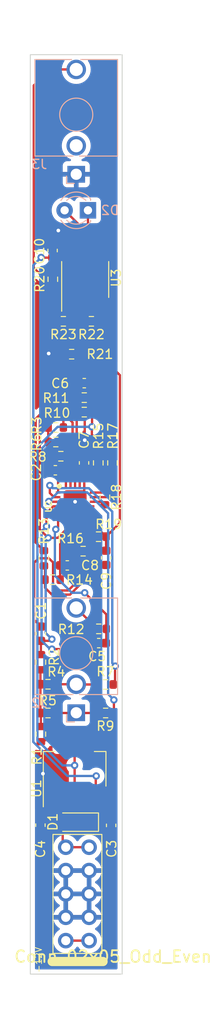
<source format=kicad_pcb>
(kicad_pcb (version 20211014) (generator pcbnew)
  (layers (0 "F.Cu" signal) (31 "B.Cu" signal) (34 "B.Paste" user) (35 "F.Paste" user) (36 "B.SilkS" user "B.Silkscreen") (37 "F.SilkS" user "F.Silkscreen") (38 "B.Mask" user) (39 "F.Mask" user) (44 "Edge.Cuts" user))
  (net 0 "")
  (net 1 "SIGNAL_OUT")
  (net 2 "Net-(C1-Pad2)")
  (net 3 "Net-(C2-Pad1)")
  (net 4 "Net-(C2-Pad2)")
  (net 5 "REFOUT")
  (net 6 "+12V")
  (net 7 "Net-(C5-Pad1)")
  (net 8 "GND")
  (net 9 "+3V3")
  (net 10 "Net-(C6-Pad2)")
  (net 11 "Net-(C5-Pad2)")
  (net 12 "Net-(D1-Pad2)")
  (net 13 "Net-(R1-Pad2)")
  (net 14 "LA")
  (net 15 "RA")
  (net 16 "Net-(C9-Pad2)")
  (net 17 "Net-(C8-Pad2)")
  (net 18 "RL")
  (net 19 "Net-(R16-Pad2)")
  (net 20 "Net-(R18-Pad1)")
  (net 23 "Net-(D2-Pad2)")
  (net 25 "Net-(R7-Pad2)")
  (net 26 "Net-(D2-Pad1)")
  (net 27 "Net-(J3-PadT)")
  (net 28 "Net-(R3-Pad2)")
  (net 29 "Net-(R13-Pad1)")
  (net 30 "Net-(R22-Pad2)")
  (net 31 "Net-(R9-Pad2)")
  (net 32 "Net-(R15-Pad2)")
  (net 33 "Net-(J1-Pad10)")
  (footprint "Capacitor_SMD:C_0603_1608Metric" (layer "F.Cu") (at 191.3 120.4 90)
    (fp_text reference "C4" (at -2.6 0 90) (layer "F.SilkS"))
    (fp_text value "10u")
    (fp_line (start -0.14058 -0.51) (end 0.14058 -0.51) (layer "F.SilkS") (width 0.12))
    (fp_line (start -0.14058 0.51) (end 0.14058 0.51) (layer "F.SilkS") (width 0.12))
    (pad "1" smd roundrect locked (at -0.775 0 90) (size 0.9 0.95) (layers "F.Cu" "F.Paste" "F.Mask") (net 8 "GND"))
    (pad "2" smd roundrect locked (at 0.775 0 90) (size 0.9 0.95) (layers "F.Cu" "F.Paste" "F.Mask") (net 9 "+3V3"))
  )
  (footprint "Resistor_SMD:R_0603_1608Metric" (layer "F.Cu") (at 197.65 99.05)
    (fp_text reference "R12" (at -3 0.052356) (layer "F.SilkS"))
    (fp_text value "360k")
    (fp_line (start -0.237258 0.5225) (end 0.237258 0.5225) (layer "F.SilkS") (width 0.12))
    (fp_line (start -0.237258 -0.5225) (end 0.237258 -0.5225) (layer "F.SilkS") (width 0.12))
    (pad "1" smd roundrect locked (at -0.825 0) (size 0.8 0.95) (layers "F.Cu" "F.Paste" "F.Mask") (net 18 "RL"))
    (pad "2" smd roundrect locked (at 0.825 0) (size 0.8 0.95) (layers "F.Cu" "F.Paste" "F.Mask") (net 7 "Net-(C5-Pad1)"))
  )
  (footprint "Resistor_SMD:R_0603_1608Metric" (layer "F.Cu") (at 194.7 69.175)
    (fp_text reference "R21" (at 3.075 0) (layer "F.SilkS"))
    (fp_text value "10k")
    (fp_line (start -0.237258 0.5225) (end 0.237258 0.5225) (layer "F.SilkS") (width 0.12))
    (fp_line (start -0.237258 -0.5225) (end 0.237258 -0.5225) (layer "F.SilkS") (width 0.12))
    (pad "1" smd roundrect locked (at -0.825 0) (size 0.8 0.95) (layers "F.Cu" "F.Paste" "F.Mask") (net 8 "GND"))
    (pad "2" smd roundrect locked (at 0.825 0) (size 0.8 0.95) (layers "F.Cu" "F.Paste" "F.Mask") (net 1 "SIGNAL_OUT"))
  )
  (footprint "Resistor_SMD:R_0603_1608Metric" (layer "F.Cu") (at 193.8 65.6 180)
    (fp_text reference "R23" (at 0 -1.43) (layer "F.SilkS"))
    (fp_text value "5.1k")
    (fp_line (start -0.237258 -0.5225) (end 0.237258 -0.5225) (layer "F.SilkS") (width 0.12))
    (fp_line (start -0.237258 0.5225) (end 0.237258 0.5225) (layer "F.SilkS") (width 0.12))
    (pad "1" smd roundrect locked (at -0.825 0 180) (size 0.8 0.95) (layers "F.Cu" "F.Paste" "F.Mask") (net 30 "Net-(R22-Pad2)"))
    (pad "2" smd roundrect locked (at 0.825 0 180) (size 0.8 0.95) (layers "F.Cu" "F.Paste" "F.Mask") (net 27 "Net-(J3-PadT)"))
  )
  (footprint "Resistor_SMD:R_0603_1608Metric" (layer "F.Cu") (at 197.6 81 -90)
    (fp_text reference "R15" (at -2.925 -0.025 90) (layer "F.SilkS"))
    (fp_text value "0")
    (fp_line (start -0.237258 0.5225) (end 0.237258 0.5225) (layer "F.SilkS") (width 0.12))
    (fp_line (start -0.237258 -0.5225) (end 0.237258 -0.5225) (layer "F.SilkS") (width 0.12))
    (pad "1" smd roundrect locked (at -0.825 0 270) (size 0.8 0.95) (layers "F.Cu" "F.Paste" "F.Mask") (net 8 "GND"))
    (pad "2" smd roundrect locked (at 0.825 0 270) (size 0.8 0.95) (layers "F.Cu" "F.Paste" "F.Mask") (net 32 "Net-(R15-Pad2)"))
  )
  (footprint "Resistor_SMD:R_0603_1608Metric" (layer "F.Cu") (at 198.4 108.2)
    (fp_text reference "R9" (at -0.025 1.425) (layer "F.SilkS"))
    (fp_text value "180k")
    (fp_line (start -0.237258 0.5225) (end 0.237258 0.5225) (layer "F.SilkS") (width 0.12))
    (fp_line (start -0.237258 -0.5225) (end 0.237258 -0.5225) (layer "F.SilkS") (width 0.12))
    (pad "1" smd roundrect locked (at -0.825 0) (size 0.8 0.95) (layers "F.Cu" "F.Paste" "F.Mask") (net 15 "RA"))
    (pad "2" smd roundrect locked (at 0.825 0) (size 0.8 0.95) (layers "F.Cu" "F.Paste" "F.Mask") (net 31 "Net-(R9-Pad2)"))
  )
  (footprint "Capacitor_SMD:C_0603_1608Metric" (layer "F.Cu") (at 192.925 81.8 180)
    (fp_text reference "C2" (at 2.075 -0.225 90) (layer "F.SilkS"))
    (fp_text value "0.33u")
    (fp_line (start -0.14058 -0.51) (end 0.14058 -0.51) (layer "F.SilkS") (width 0.12))
    (fp_line (start -0.14058 0.51) (end 0.14058 0.51) (layer "F.SilkS") (width 0.12))
    (pad "1" smd roundrect locked (at -0.775 0 180) (size 0.9 0.95) (layers "F.Cu" "F.Paste" "F.Mask") (net 3 "Net-(C2-Pad1)"))
    (pad "2" smd roundrect locked (at 0.775 0 180) (size 0.9 0.95) (layers "F.Cu" "F.Paste" "F.Mask") (net 4 "Net-(C2-Pad2)"))
  )
  (footprint "Capacitor_SMD:C_0603_1608Metric" (layer "F.Cu") (at 197.65 100.6 180)
    (fp_text reference "C5" (at 0.175 -1.45) (layer "F.SilkS"))
    (fp_text value "1n")
    (fp_line (start -0.14058 -0.51) (end 0.14058 -0.51) (layer "F.SilkS") (width 0.12))
    (fp_line (start -0.14058 0.51) (end 0.14058 0.51) (layer "F.SilkS") (width 0.12))
    (pad "1" smd roundrect locked (at -0.775 0 180) (size 0.9 0.95) (layers "F.Cu" "F.Paste" "F.Mask") (net 7 "Net-(C5-Pad1)"))
    (pad "2" smd roundrect locked (at 0.775 0 180) (size 0.9 0.95) (layers "F.Cu" "F.Paste" "F.Mask") (net 11 "Net-(C5-Pad2)"))
  )
  (footprint "Resistor_SMD:R_0603_1608Metric" (layer "F.Cu") (at 197.625 89.025)
    (fp_text reference "R19" (at 1.1 -1.35) (layer "F.SilkS"))
    (fp_text value "1M")
    (fp_line (start -0.237258 0.5225) (end 0.237258 0.5225) (layer "F.SilkS") (width 0.12))
    (fp_line (start -0.237258 -0.5225) (end 0.237258 -0.5225) (layer "F.SilkS") (width 0.12))
    (pad "1" smd roundrect locked (at -0.825 0) (size 0.8 0.95) (layers "F.Cu" "F.Paste" "F.Mask") (net 19 "Net-(R16-Pad2)"))
    (pad "2" smd roundrect locked (at 0.825 0) (size 0.8 0.95) (layers "F.Cu" "F.Paste" "F.Mask") (net 1 "SIGNAL_OUT"))
  )
  (footprint "Resistor_SMD:R_0603_1608Metric" (layer "F.Cu") (at 199.15 81 -90)
    (fp_text reference "R17" (at -2.925 -0.025 90) (layer "F.SilkS"))
    (fp_text value "DNP")
    (fp_line (start -0.237258 -0.5225) (end 0.237258 -0.5225) (layer "F.SilkS") (width 0.12))
    (fp_line (start -0.237258 0.5225) (end 0.237258 0.5225) (layer "F.SilkS") (width 0.12))
    (pad "1" smd roundrect locked (at -0.825 0 270) (size 0.8 0.95) (layers "F.Cu" "F.Paste" "F.Mask") (net 9 "+3V3"))
    (pad "2" smd roundrect locked (at 0.825 0 270) (size 0.8 0.95) (layers "F.Cu" "F.Paste" "F.Mask") (net 32 "Net-(R15-Pad2)"))
  )
  (footprint "Package_SO:SOIC-8_3.9x4.9mm_P1.27mm" (layer "F.Cu") (at 196.175 61.05 90)
    (fp_text reference "U3" (at 0.175 3.375 90) (layer "F.SilkS"))
    (fp_text value "TL072")
    (fp_line (start 0 2.56) (end -1.95 2.56) (layer "F.SilkS") (width 0.12))
    (fp_line (start 0 -2.56) (end 1.95 -2.56) (layer "F.SilkS") (width 0.12))
    (fp_line (start 0 -2.56) (end -3.45 -2.56) (layer "F.SilkS") (width 0.12))
    (fp_line (start 0 2.56) (end 1.95 2.56) (layer "F.SilkS") (width 0.12))
    (pad "1" smd roundrect locked (at -2.475 -1.905 90) (size 1.95 0.6) (layers "F.Cu" "F.Paste" "F.Mask") (net 27 "Net-(J3-PadT)"))
    (pad "2" smd roundrect locked (at -2.475 -0.635 90) (size 1.95 0.6) (layers "F.Cu" "F.Paste" "F.Mask") (net 30 "Net-(R22-Pad2)"))
    (pad "3" smd roundrect locked (at -2.475 0.635 90) (size 1.95 0.6) (layers "F.Cu" "F.Paste" "F.Mask") (net 1 "SIGNAL_OUT"))
    (pad "4" smd roundrect locked (at -2.475 1.905 90) (size 1.95 0.6) (layers "F.Cu" "F.Paste" "F.Mask") (net 8 "GND"))
    (pad "5" smd roundrect locked (at 2.475 1.905 90) (size 1.95 0.6) (layers "F.Cu" "F.Paste" "F.Mask") (net 8 "GND"))
    (pad "6" smd roundrect locked (at 2.475 0.635 90) (size 1.95 0.6) (layers "F.Cu" "F.Paste" "F.Mask") (net 26 "Net-(D2-Pad1)"))
    (pad "7" smd roundrect locked (at 2.475 -0.635 90) (size 1.95 0.6) (layers "F.Cu" "F.Paste" "F.Mask") (net 23 "Net-(D2-Pad2)"))
    (pad "8" smd roundrect locked (at 2.475 -1.905 90) (size 1.95 0.6) (layers "F.Cu" "F.Paste" "F.Mask") (net 6 "+12V"))
  )
  (footprint "Capacitor_SMD:C_0603_1608Metric" (layer "F.Cu") (at 191.35 99.575 -90)
    (fp_text reference "C1" (at -2.497112 -0.03482 -270) (layer "F.SilkS"))
    (fp_text value "0.33u")
    (fp_line (start -0.14058 -0.51) (end 0.14058 -0.51) (layer "F.SilkS") (width 0.12))
    (fp_line (start -0.14058 0.51) (end 0.14058 0.51) (layer "F.SilkS") (width 0.12))
    (pad "1" smd roundrect locked (at -0.775 0 270) (size 0.9 0.95) (layers "F.Cu" "F.Paste" "F.Mask") (net 5 "REFOUT"))
    (pad "2" smd roundrect locked (at 0.775 0 270) (size 0.9 0.95) (layers "F.Cu" "F.Paste" "F.Mask") (net 2 "Net-(C1-Pad2)"))
  )
  (footprint "Resistor_SMD:R_0603_1608Metric" (layer "F.Cu") (at 193.525 80.275)
    (fp_text reference "R8" (at -2.525 0.075) (layer "F.SilkS"))
    (fp_text value "10M")
    (fp_line (start -0.237258 0.5225) (end 0.237258 0.5225) (layer "F.SilkS") (width 0.12))
    (fp_line (start -0.237258 -0.5225) (end 0.237258 -0.5225) (layer "F.SilkS") (width 0.12))
    (pad "1" smd roundrect locked (at -0.825 0) (size 0.8 0.95) (layers "F.Cu" "F.Paste" "F.Mask") (net 28 "Net-(R3-Pad2)"))
    (pad "2" smd roundrect locked (at 0.825 0) (size 0.8 0.95) (layers "F.Cu" "F.Paste" "F.Mask") (net 29 "Net-(R13-Pad1)"))
  )
  (footprint "Resistor_SMD:R_0603_1608Metric" (layer "F.Cu") (at 196.075 75.475)
    (fp_text reference "R10" (at -2.975 0.1) (layer "F.SilkS"))
    (fp_text value "10M")
    (fp_line (start -0.237258 -0.5225) (end 0.237258 -0.5225) (layer "F.SilkS") (width 0.12))
    (fp_line (start -0.237258 0.5225) (end 0.237258 0.5225) (layer "F.SilkS") (width 0.12))
    (pad "1" smd roundrect locked (at -0.825 0) (size 0.8 0.95) (layers "F.Cu" "F.Paste" "F.Mask") (net 10 "Net-(C6-Pad2)"))
    (pad "2" smd roundrect locked (at 0.825 0) (size 0.8 0.95) (layers "F.Cu" "F.Paste" "F.Mask") (net 9 "+3V3"))
  )
  (footprint "Resistor_SMD:R_0603_1608Metric" (layer "F.Cu") (at 191.675 91.375 -90)
    (fp_text reference "R13" (at -2.95 0 90) (layer "F.SilkS"))
    (fp_text value "1M")
    (fp_line (start -0.237258 0.5225) (end 0.237258 0.5225) (layer "F.SilkS") (width 0.12))
    (fp_line (start -0.237258 -0.5225) (end 0.237258 -0.5225) (layer "F.SilkS") (width 0.12))
    (pad "1" smd roundrect locked (at -0.825 0 270) (size 0.8 0.95) (layers "F.Cu" "F.Paste" "F.Mask") (net 29 "Net-(R13-Pad1)"))
    (pad "2" smd roundrect locked (at 0.825 0 270) (size 0.8 0.95) (layers "F.Cu" "F.Paste" "F.Mask") (net 16 "Net-(C9-Pad2)"))
  )
  (footprint "Capacitor_SMD:C_0603_1608Metric" (layer "F.Cu") (at 194.225 92.15 180)
    (fp_text reference "C8" (at -2.475 0) (layer "F.SilkS"))
    (fp_text value "10n")
    (fp_line (start -0.14058 0.51) (end 0.14058 0.51) (layer "F.SilkS") (width 0.12))
    (fp_line (start -0.14058 -0.51) (end 0.14058 -0.51) (layer "F.SilkS") (width 0.12))
    (pad "1" smd roundrect locked (at -0.775 0 180) (size 0.9 0.95) (layers "F.Cu" "F.Paste" "F.Mask") (net 5 "REFOUT"))
    (pad "2" smd roundrect locked (at 0.775 0 180) (size 0.9 0.95) (layers "F.Cu" "F.Paste" "F.Mask") (net 17 "Net-(C8-Pad2)"))
  )
  (footprint "Resistor_SMD:R_0603_1608Metric" (layer "F.Cu") (at 192.975 78.725 180)
    (fp_text reference "R6" (at 2.075 -0.025 90) (layer "F.SilkS"))
    (fp_text value "10M")
    (fp_line (start -0.237258 -0.5225) (end 0.237258 -0.5225) (layer "F.SilkS") (width 0.12))
    (fp_line (start -0.237258 0.5225) (end 0.237258 0.5225) (layer "F.SilkS") (width 0.12))
    (pad "1" smd roundrect locked (at -0.825 0 180) (size 0.8 0.95) (layers "F.Cu" "F.Paste" "F.Mask") (net 3 "Net-(C2-Pad1)"))
    (pad "2" smd roundrect locked (at 0.825 0 180) (size 0.8 0.95) (layers "F.Cu" "F.Paste" "F.Mask") (net 28 "Net-(R3-Pad2)"))
  )
  (footprint "Capacitor_SMD:C_0603_1608Metric" (layer "F.Cu") (at 196.05 81 -90)
    (fp_text reference "C7" (at -2.5 0 90) (layer "F.SilkS"))
    (fp_text value "0.1u")
    (fp_line (start -0.14058 0.51) (end 0.14058 0.51) (layer "F.SilkS") (width 0.12))
    (fp_line (start -0.14058 -0.51) (end 0.14058 -0.51) (layer "F.SilkS") (width 0.12))
    (pad "1" smd roundrect locked (at -0.775 0 270) (size 0.9 0.95) (layers "F.Cu" "F.Paste" "F.Mask") (net 8 "GND"))
    (pad "2" smd roundrect locked (at 0.775 0 270) (size 0.9 0.95) (layers "F.Cu" "F.Paste" "F.Mask") (net 9 "+3V3"))
  )
  (footprint "Resistor_SMD:R_0603_1608Metric" (layer "F.Cu") (at 198.325 84.725 90)
    (fp_text reference "R18" (at 0 1.25 90) (layer "F.SilkS"))
    (fp_text value "10k")
    (fp_line (start -0.237258 -0.5225) (end 0.237258 -0.5225) (layer "F.SilkS") (width 0.12))
    (fp_line (start -0.237258 0.5225) (end 0.237258 0.5225) (layer "F.SilkS") (width 0.12))
    (pad "1" smd roundrect locked (at -0.825 0 90) (size 0.8 0.95) (layers "F.Cu" "F.Paste" "F.Mask") (net 20 "Net-(R18-Pad1)"))
    (pad "2" smd roundrect locked (at 0.825 0 90) (size 0.8 0.95) (layers "F.Cu" "F.Paste" "F.Mask") (net 9 "+3V3"))
  )
  (footprint "Resistor_SMD:R_0603_1608Metric" (layer "F.Cu") (at 196.075 73.9)
    (fp_text reference "R11" (at -3.075 0.05) (layer "F.SilkS"))
    (fp_text value "10M")
    (fp_line (start -0.237258 -0.5225) (end 0.237258 -0.5225) (layer "F.SilkS") (width 0.12))
    (fp_line (start -0.237258 0.5225) (end 0.237258 0.5225) (layer "F.SilkS") (width 0.12))
    (pad "1" smd roundrect locked (at -0.825 0) (size 0.8 0.95) (layers "F.Cu" "F.Paste" "F.Mask") (net 10 "Net-(C6-Pad2)"))
    (pad "2" smd roundrect locked (at 0.825 0) (size 0.8 0.95) (layers "F.Cu" "F.Paste" "F.Mask") (net 8 "GND"))
  )
  (footprint "Resistor_SMD:R_0603_1608Metric" (layer "F.Cu") (at 192.65 61.025 90)
    (fp_text reference "R20" (at 0 -1.43 90) (layer "F.SilkS"))
    (fp_text value "560")
    (fp_line (start -0.237258 -0.5225) (end 0.237258 -0.5225) (layer "F.SilkS") (width 0.12))
    (fp_line (start -0.237258 0.5225) (end 0.237258 0.5225) (layer "F.SilkS") (width 0.12))
    (pad "1" smd roundrect locked (at -0.825 0 90) (size 0.8 0.95) (layers "F.Cu" "F.Paste" "F.Mask") (net 27 "Net-(J3-PadT)"))
    (pad "2" smd roundrect locked (at 0.825 0 90) (size 0.8 0.95) (layers "F.Cu" "F.Paste" "F.Mask") (net 26 "Net-(D2-Pad1)"))
  )
  (footprint "Resistor_SMD:R_0603_1608Metric" (layer "F.Cu") (at 192.125 105.075 180)
    (fp_text reference "R4" (at -0.9 1.35) (layer "F.SilkS"))
    (fp_text value "10M")
    (fp_line (start -0.237258 0.5225) (end 0.237258 0.5225) (layer "F.SilkS") (width 0.12))
    (fp_line (start -0.237258 -0.5225) (end 0.237258 -0.5225) (layer "F.SilkS") (width 0.12))
    (pad "1" smd roundrect locked (at -0.825 0 180) (size 0.8 0.95) (layers "F.Cu" "F.Paste" "F.Mask") (net 14 "LA"))
    (pad "2" smd roundrect locked (at 0.825 0 180) (size 0.8 0.95) (layers "F.Cu" "F.Paste" "F.Mask") (net 13 "Net-(R1-Pad2)"))
  )
  (footprint "Capacitor_SMD:C_0603_1608Metric" (layer "F.Cu") (at 199 120.425 90)
    (fp_text reference "C3" (at -2.55 0.05 90) (layer "F.SilkS"))
    (fp_text value "10u")
    (fp_line (start -0.14058 -0.51) (end 0.14058 -0.51) (layer "F.SilkS") (width 0.12))
    (fp_line (start -0.14058 0.51) (end 0.14058 0.51) (layer "F.SilkS") (width 0.12))
    (pad "1" smd roundrect locked (at -0.775 0 90) (size 0.9 0.95) (layers "F.Cu" "F.Paste" "F.Mask") (net 8 "GND"))
    (pad "2" smd roundrect locked (at 0.775 0 90) (size 0.9 0.95) (layers "F.Cu" "F.Paste" "F.Mask") (net 6 "+12V"))
  )
  (footprint "Package_TO_SOT_SMD:SOT-223-3_TabPin2" (layer "F.Cu") (at 195.025 114.3 90)
    (fp_text reference "U1" (at -2.125 -4.15 90) (layer "F.SilkS"))
    (fp_text value "LM1117-3.3")
    (fp_line (start -4.1 -3.41) (end 1.91 -3.41) (layer "F.SilkS") (width 0.12))
    (fp_line (start -1.85 3.41) (end 1.91 3.41) (layer "F.SilkS") (width 0.12))
    (fp_line (start 1.91 -3.41) (end 1.91 -2.15) (layer "F.SilkS") (width 0.12))
    (fp_line (start 1.91 3.41) (end 1.91 2.15) (layer "F.SilkS") (width 0.12))
    (pad "1" smd rect locked (at -3.15 -2.3 90) (size 2 1.5) (layers "F.Cu" "F.Paste" "F.Mask") (net 8 "GND"))
    (pad "2" smd rect locked (at 3.15 0 90) (size 2 3.8) (layers "F.Cu" "F.Paste" "F.Mask") (net 9 "+3V3"))
    (pad "2" smd rect locked (at -3.15 0 90) (size 2 1.5) (layers "F.Cu" "F.Paste" "F.Mask") (net 9 "+3V3"))
    (pad "3" smd rect locked (at -3.15 2.3 90) (size 2 1.5) (layers "F.Cu" "F.Paste" "F.Mask") (net 6 "+12V"))
  )
  (footprint "Capacitor_SMD:C_0603_1608Metric" (layer "F.Cu") (at 192.625 57.9 -90)
    (fp_text reference "C10" (at 0.075 1.425 90) (layer "F.SilkS"))
    (fp_text value "0.1u")
    (fp_line (start -0.14058 -0.51) (end 0.14058 -0.51) (layer "F.SilkS") (width 0.12))
    (fp_line (start -0.14058 0.51) (end 0.14058 0.51) (layer "F.SilkS") (width 0.12))
    (pad "1" smd roundrect locked (at -0.775 0 270) (size 0.9 0.95) (layers "F.Cu" "F.Paste" "F.Mask") (net 8 "GND"))
    (pad "2" smd roundrect locked (at 0.775 0 270) (size 0.9 0.95) (layers "F.Cu" "F.Paste" "F.Mask") (net 6 "+12V"))
  )
  (footprint "Resistor_SMD:R_0603_1608Metric" (layer "F.Cu") (at 196.85 65.6 180)
    (fp_text reference "R22" (at 0 -1.43) (layer "F.SilkS"))
    (fp_text value "10k")
    (fp_line (start -0.237258 -0.5225) (end 0.237258 -0.5225) (layer "F.SilkS") (width 0.12))
    (fp_line (start -0.237258 0.5225) (end 0.237258 0.5225) (layer "F.SilkS") (width 0.12))
    (pad "1" smd roundrect locked (at -0.825 0 180) (size 0.8 0.95) (layers "F.Cu" "F.Paste" "F.Mask") (net 8 "GND"))
    (pad "2" smd roundrect locked (at 0.825 0 180) (size 0.8 0.95) (layers "F.Cu" "F.Paste" "F.Mask") (net 30 "Net-(R22-Pad2)"))
  )
  (footprint "Resistor_SMD:R_0603_1608Metric" (layer "F.Cu") (at 192.125 108.2 180)
    (fp_text reference "R5" (at 0.025 1.35) (layer "F.SilkS"))
    (fp_text value "10M")
    (fp_line (start -0.237258 0.5225) (end 0.237258 0.5225) (layer "F.SilkS") (width 0.12))
    (fp_line (start -0.237258 -0.5225) (end 0.237258 -0.5225) (layer "F.SilkS") (width 0.12))
    (pad "1" smd roundrect locked (at -0.825 0 180) (size 0.8 0.95) (layers "F.Cu" "F.Paste" "F.Mask") (net 15 "RA"))
    (pad "2" smd roundrect locked (at 0.825 0 180) (size 0.8 0.95) (layers "F.Cu" "F.Paste" "F.Mask") (net 13 "Net-(R1-Pad2)"))
  )
  (footprint "Capacitor_SMD:C_0603_1608Metric" (layer "F.Cu") (at 198.45 91.325 -90)
    (fp_text reference "C9" (at 2.525 -0.025 90) (layer "F.SilkS"))
    (fp_text value "1.5n")
    (fp_line (start -0.14058 -0.51) (end 0.14058 -0.51) (layer "F.SilkS") (width 0.12))
    (fp_line (start -0.14058 0.51) (end 0.14058 0.51) (layer "F.SilkS") (width 0.12))
    (pad "1" smd roundrect locked (at -0.775 0 270) (size 0.9 0.95) (layers "F.Cu" "F.Paste" "F.Mask") (net 1 "SIGNAL_OUT"))
    (pad "2" smd roundrect locked (at 0.775 0 270) (size 0.9 0.95) (layers "F.Cu" "F.Paste" "F.Mask") (net 16 "Net-(C9-Pad2)"))
  )
  (footprint "Resistor_SMD:R_0603_1608Metric" (layer "F.Cu") (at 198.4 105.1)
    (fp_text reference "R7" (at -0.025 -1.4) (layer "F.SilkS"))
    (fp_text value "180k")
    (fp_line (start -0.237258 0.5225) (end 0.237258 0.5225) (layer "F.SilkS") (width 0.12))
    (fp_line (start -0.237258 -0.5225) (end 0.237258 -0.5225) (layer "F.SilkS") (width 0.12))
    (pad "1" smd roundrect locked (at -0.825 0) (size 0.8 0.95) (layers "F.Cu" "F.Paste" "F.Mask") (net 14 "LA"))
    (pad "2" smd roundrect locked (at 0.825 0) (size 0.8 0.95) (layers "F.Cu" "F.Paste" "F.Mask") (net 25 "Net-(R7-Pad2)"))
  )
  (footprint "Resistor_SMD:R_0603_1608Metric" (layer "F.Cu") (at 192.975 77.15 180)
    (fp_text reference "R3" (at 2.075 0.225 90) (layer "F.SilkS"))
    (fp_text value "1.4M")
    (fp_line (start -0.237258 -0.5225) (end 0.237258 -0.5225) (layer "F.SilkS") (width 0.12))
    (fp_line (start -0.237258 0.5225) (end 0.237258 0.5225) (layer "F.SilkS") (width 0.12))
    (pad "1" smd roundrect locked (at -0.825 0 180) (size 0.8 0.95) (layers "F.Cu" "F.Paste" "F.Mask") (net 2 "Net-(C1-Pad2)"))
    (pad "2" smd roundrect locked (at 0.825 0 180) (size 0.8 0.95) (layers "F.Cu" "F.Paste" "F.Mask") (net 28 "Net-(R3-Pad2)"))
  )
  (footprint "Resistor_SMD:R_0603_1608Metric" (layer "F.Cu") (at 191.35 102.675 90)
    (fp_text reference "R2" (at 0.575 1.45 90) (layer "F.SilkS"))
    (fp_text value "DNP")
    (fp_line (start -0.237258 0.5225) (end 0.237258 0.5225) (layer "F.SilkS") (width 0.12))
    (fp_line (start -0.237258 -0.5225) (end 0.237258 -0.5225) (layer "F.SilkS") (width 0.12))
    (pad "1" smd roundrect locked (at -0.825 0 90) (size 0.8 0.95) (layers "F.Cu" "F.Paste" "F.Mask") (net 13 "Net-(R1-Pad2)"))
    (pad "2" smd roundrect locked (at 0.825 0 90) (size 0.8 0.95) (layers "F.Cu" "F.Paste" "F.Mask") (net 2 "Net-(C1-Pad2)"))
  )
  (footprint "AD8232:LFCSP_20" (layer "F.Cu") (at 195.075 85.225)
    (fp_text reference "U2" (at -2.875 0.525 90) (layer "F.SilkS") (effects (font (size 0.64 0.64))))
    (fp_text value "AD8232")
    (fp_circle (center -1.729 -1.7) (end -1.446159 -1.7) (layer "F.SilkS") (width 0) (fill solid))
    (pad "1" smd rect (at -1.85 -1 270) (size 0.25 0.5) (layers "F.Cu" "F.Paste" "F.Mask") (net 4 "Net-(C2-Pad2)"))
    (pad "2" smd rect (at -1.85 -0.5 270) (size 0.25 0.5) (layers "F.Cu" "F.Paste" "F.Mask") (net 25 "Net-(R7-Pad2)"))
    (pad "3" smd rect (at -1.85 0 270) (size 0.25 0.5) (layers "F.Cu" "F.Paste" "F.Mask") (net 31 "Net-(R9-Pad2)"))
    (pad "4" smd rect (at -1.85 0.5 270) (size 0.25 0.5) (layers "F.Cu" "F.Paste" "F.Mask") (net 11 "Net-(C5-Pad2)"))
    (pad "5" smd rect (at -1.85 1 270) (size 0.25 0.5) (layers "F.Cu" "F.Paste" "F.Mask") (net 7 "Net-(C5-Pad1)"))
    (pad "6" smd rect (at -1 1.85) (size 0.25 0.5) (layers "F.Cu" "F.Paste" "F.Mask") (net 2 "Net-(C1-Pad2)"))
    (pad "7" smd rect (at -0.5 1.85) (size 0.25 0.5) (layers "F.Cu" "F.Paste" "F.Mask") (net 17 "Net-(C8-Pad2)"))
    (pad "8" smd rect (at 0 1.85) (size 0.25 0.5) (layers "F.Cu" "F.Paste" "F.Mask") (net 5 "REFOUT"))
    (pad "9" smd rect (at 0.5 1.85) (size 0.25 0.5) (layers "F.Cu" "F.Paste" "F.Mask") (net 19 "Net-(R16-Pad2)"))
    (pad "10" smd rect (at 1 1.85) (size 0.25 0.5) (layers "F.Cu" "F.Paste" "F.Mask") (net 1 "SIGNAL_OUT"))
    (pad "11" smd rect (at 1.85 1 90) (size 0.25 0.5) (layers "F.Cu" "F.Paste" "F.Mask"))
    (pad "12" smd rect (at 1.85 0.5 90) (size 0.25 0.5) (layers "F.Cu" "F.Paste" "F.Mask"))
    (pad "13" smd rect (at 1.85 0 90) (size 0.25 0.5) (layers "F.Cu" "F.Paste" "F.Mask") (net 20 "Net-(R18-Pad1)"))
    (pad "14" smd rect (at 1.85 -0.5 90) (size 0.25 0.5) (layers "F.Cu" "F.Paste" "F.Mask") (net 32 "Net-(R15-Pad2)"))
    (pad "15" smd rect (at 1.85 -1 90) (size 0.25 0.5) (layers "F.Cu" "F.Paste" "F.Mask") (net 9 "+3V3"))
    (pad "16" smd rect (at 1 -1.85 180) (size 0.25 0.5) (layers "F.Cu" "F.Paste" "F.Mask") (net 8 "GND"))
    (pad "17" smd rect (at 0.5 -1.85 180) (size 0.25 0.5) (layers "F.Cu" "F.Paste" "F.Mask") (net 9 "+3V3"))
    (pad "18" smd rect (at 0 -1.85 180) (size 0.25 0.5) (layers "F.Cu" "F.Paste" "F.Mask") (net 10 "Net-(C6-Pad2)"))
    (pad "19" smd rect (at -0.5 -1.85 180) (size 0.25 0.5) (layers "F.Cu" "F.Paste" "F.Mask") (net 29 "Net-(R13-Pad1)"))
    (pad "20" smd rect (at -1 -1.85 180) (size 0.25 0.5) (layers "F.Cu" "F.Paste" "F.Mask") (net 3 "Net-(C2-Pad1)"))
    (pad "PAD" smd roundrect (at 0 0) (size 2.5 2.5) (layers "F.Cu" "F.Mask") (roundrect_rratio 0.13) (net 8 "GND"))
  )
  (footprint "Resistor_SMD:R_0603_1608Metric" (layer "F.Cu") (at 191.35 110.5 90)
    (fp_text reference "R1" (at -2.4 -0.425 90) (layer "F.SilkS"))
    (fp_text value "0")
    (fp_line (start -0.237258 0.5225) (end 0.237258 0.5225) (layer "F.SilkS") (width 0.12))
    (fp_line (start -0.237258 -0.5225) (end 0.237258 -0.5225) (layer "F.SilkS") (width 0.12))
    (pad "1" smd roundrect locked (at -0.825 0 90) (size 0.8 0.95) (layers "F.Cu" "F.Paste" "F.Mask") (net 9 "+3V3"))
    (pad "2" smd roundrect locked (at 0.825 0 90) (size 0.8 0.95) (layers "F.Cu" "F.Paste" "F.Mask") (net 13 "Net-(R1-Pad2)"))
  )
  (footprint "Capacitor_SMD:C_0603_1608Metric" (layer "F.Cu") (at 196.075 72.325 180)
    (fp_text reference "C6" (at 2.625 -0.025) (layer "F.SilkS"))
    (fp_text value "0.1u")
    (fp_line (start -0.14058 -0.51) (end 0.14058 -0.51) (layer "F.SilkS") (width 0.12))
    (fp_line (start -0.14058 0.51) (end 0.14058 0.51) (layer "F.SilkS") (width 0.12))
    (pad "1" smd roundrect locked (at -0.775 0 180) (size 0.9 0.95) (layers "F.Cu" "F.Paste" "F.Mask") (net 8 "GND"))
    (pad "2" smd roundrect locked (at 0.775 0 180) (size 0.9 0.95) (layers "F.Cu" "F.Paste" "F.Mask") (net 10 "Net-(C6-Pad2)"))
  )
  (footprint "4ms_Connector:Pins_2x05_2.54mm_TH_Europower" (layer "F.Cu") (at 195.33 127.88)
    (fp_text reference "J1" hide)
    (fp_text value "Conn_02x05_Odd_Even" (at 3.87 6.82) (layer "F.SilkS") (effects (font (size 1.27 1.27) (thickness 0.2032))))
    (fp_text user "-12V" (at -4.23 7.17 90) (layer "F.SilkS") (effects (font (size 0.7 0.7) (thickness 0.1))))
    (fp_line (start 2.66 -6.47) (end -2.66 -6.47) (layer "F.SilkS") (width 0.12))
    (fp_line (start -2.66 6.47) (end 2.66 6.47) (layer "F.SilkS") (width 0.12))
    (fp_line (start -2.66 -6.47) (end -2.66 6.47) (layer "F.SilkS") (width 0.12))
    (fp_line (start 2.66 6.47) (end 2.66 -6.47) (layer "F.SilkS") (width 0.12))
    (fp_line (start -2.75 7.35) (end 2.79 7.35) (layer "F.SilkS") (width 1))
    (pad "1" thru_hole oval locked (at -1.27 -5.08) (size 1.7 1.7) (drill 1) (layers *.Cu *.Mask) (net 12 "Net-(D1-Pad2)"))
    (pad "2" thru_hole oval locked (at 1.27 -5.08) (size 1.7 1.7) (drill 1) (layers *.Cu *.Mask) (net 12 "Net-(D1-Pad2)"))
    (pad "3" thru_hole oval locked (at -1.27 -2.54) (size 1.7 1.7) (drill 1) (layers *.Cu *.Mask) (net 8 "GND"))
    (pad "4" thru_hole oval locked (at 1.27 -2.54) (size 1.7 1.7) (drill 1) (layers *.Cu *.Mask) (net 8 "GND"))
    (pad "5" thru_hole oval locked (at -1.27 0) (size 1.7 1.7) (drill 1) (layers *.Cu *.Mask) (net 8 "GND"))
    (pad "6" thru_hole oval locked (at 1.27 0) (size 1.7 1.7) (drill 1) (layers *.Cu *.Mask) (net 8 "GND"))
    (pad "7" thru_hole oval locked (at -1.27 2.54) (size 1.7 1.7) (drill 1) (layers *.Cu *.Mask) (net 8 "GND"))
    (pad "8" thru_hole oval locked (at 1.27 2.54) (size 1.7 1.7) (drill 1) (layers *.Cu *.Mask) (net 8 "GND"))
    (pad "9" thru_hole oval locked (at -1.27 5.08) (size 1.7 1.7) (drill 1) (layers *.Cu *.Mask) (net 33 "Net-(J1-Pad10)"))
    (pad "10" thru_hole oval locked (at 1.27 5.08) (size 1.7 1.7) (drill 1) (layers *.Cu *.Mask) (net 33 "Net-(J1-Pad10)"))
  )
  (footprint "Resistor_SMD:R_0603_1608Metric" (layer "F.Cu") (at 195.95 90.6)
    (fp_text reference "R16" (at -1.375 -1.375 180) (layer "F.SilkS"))
    (fp_text value "100k")
    (fp_line (start -0.237258 -0.5225) (end 0.237258 -0.5225) (layer "F.SilkS") (width 0.12))
    (fp_line (start -0.237258 0.5225) (end 0.237258 0.5225) (layer "F.SilkS") (width 0.12))
    (pad "1" smd roundrect locked (at -0.825 0) (size 0.8 0.95) (layers "F.Cu" "F.Paste" "F.Mask") (net 5 "REFOUT"))
    (pad "2" smd roundrect locked (at 0.825 0) (size 0.8 0.95) (layers "F.Cu" "F.Paste" "F.Mask") (net 19 "Net-(R16-Pad2)"))
  )
  (footprint "Resistor_SMD:R_0603_1608Metric" (layer "F.Cu") (at 192.625 93.7)
    (fp_text reference "R14" (at 2.925 0.025) (layer "F.SilkS"))
    (fp_text value "1M")
    (fp_line (start -0.237258 -0.5225) (end 0.237258 -0.5225) (layer "F.SilkS") (width 0.12))
    (fp_line (start -0.237258 0.5225) (end 0.237258 0.5225) (layer "F.SilkS") (width 0.12))
    (pad "1" smd roundrect locked (at -0.825 0) (size 0.8 0.95) (layers "F.Cu" "F.Paste" "F.Mask") (net 16 "Net-(C9-Pad2)"))
    (pad "2" smd roundrect locked (at 0.825 0) (size 0.8 0.95) (layers "F.Cu" "F.Paste" "F.Mask") (net 17 "Net-(C8-Pad2)"))
  )
  (footprint "Diode_SMD:D_SOD-123" (layer "F.Cu") (at 195.375 120.075 180)
    (fp_text reference "D1" (at 2.725 0.025 90) (layer "F.SilkS"))
    (fp_text value "SM4007")
    (fp_line (start -2.25 -1) (end 1.65 -1) (layer "F.SilkS") (width 0.12))
    (fp_line (start -2.25 -1) (end -2.25 1) (layer "F.SilkS") (width 0.12))
    (fp_line (start -2.25 1) (end 1.65 1) (layer "F.SilkS") (width 0.12))
    (pad "1" smd rect locked (at -1.65 0 180) (size 0.9 1.2) (layers "F.Cu" "F.Paste" "F.Mask") (net 6 "+12V"))
    (pad "2" smd rect locked (at 1.65 0 180) (size 0.9 1.2) (layers "F.Cu" "F.Paste" "F.Mask") (net 12 "Net-(D1-Pad2)"))
  )
  (footprint "LED_THT:LED_D3.0mm_FlatTop" (layer "B.Cu") (at 196.475 53.525 180)
    (fp_text reference "D2" (at -2.4 0) (layer "B.SilkS") (effects (justify mirror)))
    (fp_text value "LED")
    (fp_line (start -0.29 1.236) (end -0.29 1.08) (layer "B.SilkS") (width 0.12))
    (fp_line (start -0.29 -1.08) (end -0.29 -1.236) (layer "B.SilkS") (width 0.12))
    (fp_arc (start -0.29 -1.235516) (mid 1.366487 -1.987659) (end 2.942335 -1.078608) (layer "B.SilkS") (width 0.12))
    (fp_arc (start 0.229039 -1.08) (mid 1.270117 -1.5) (end 2.31113 -1.079837) (layer "B.SilkS") (width 0.12))
    (fp_arc (start 2.942335 1.078608) (mid 1.366487 1.987659) (end -0.29 1.235516) (layer "B.SilkS") (width 0.12))
    (fp_arc (start 2.31113 1.079837) (mid 1.270117 1.5) (end 0.229039 1.08) (layer "B.SilkS") (width 0.12))
    (pad "1" thru_hole rect locked (at 0 0 180) (size 1.8 1.8) (drill 0.9) (layers *.Cu *.Mask) (net 26 "Net-(D2-Pad1)"))
    (pad "2" thru_hole circle locked (at 2.54 0 180) (size 1.8 1.8) (drill 0.9) (layers *.Cu *.Mask) (net 23 "Net-(D2-Pad2)"))
  )
  (footprint "Connector_Audio:Jack_3.5mm_QingPu_WQP-PJ398SM_Vertical_CircularHoles" (layer "B.Cu") (at 195.2 108.175)
    (fp_text reference "J2" (at -4.03 -1.08) (layer "B.SilkS") (effects (justify mirror)))
    (fp_text value "AudioJack2_SwitchT")
    (fp_line (start 4.5 -1.98) (end 4.5 -12.48) (layer "B.SilkS") (width 0.12))
    (fp_line (start -1.06 1) (end -1.06 0.2) (layer "B.SilkS") (width 0.12))
    (fp_line (start -0.5 -12.48) (end -4.5 -12.48) (layer "B.SilkS") (width 0.12))
    (fp_line (start -1.06 1) (end -0.2 1) (layer "B.SilkS") (width 0.12))
    (fp_line (start -4.5 -1.98) (end -4.5 -12.48) (layer "B.SilkS") (width 0.12))
    (fp_line (start -0.35 -1.98) (end -4.5 -1.98) (layer "B.SilkS") (width 0.12))
    (fp_line (start 4.5 -12.48) (end 0.5 -12.48) (layer "B.SilkS") (width 0.12))
    (fp_line (start 4.5 -1.98) (end 0.35 -1.98) (layer "B.SilkS") (width 0.12))
    (fp_circle (center 0 -6.48) (end 1.8 -6.48) (layer "B.SilkS") (width 0.12) (fill none))
    (pad "S" thru_hole rect locked (at 0 0 180) (size 1.93 1.83) (drill 1.22) (layers *.Cu *.Mask) (net 15 "RA"))
    (pad "T" thru_hole circle locked (at 0 -11.4 180) (size 2.13 2.13) (drill 1.43) (layers *.Cu *.Mask) (net 18 "RL"))
    (pad "TN" thru_hole circle locked (at 0 -3.1 180) (size 2.13 2.13) (drill 1.42) (layers *.Cu *.Mask) (net 14 "LA"))
  )
  (footprint "Connector_Audio:Jack_3.5mm_QingPu_WQP-PJ398SM_Vertical_CircularHoles" (layer "B.Cu") (at 195.2 49.605)
    (fp_text reference "J3" (at -4.03 -1.08) (layer "B.SilkS") (effects (justify mirror)))
    (fp_text value "AudioJack2_SwitchT")
    (fp_line (start 4.5 -12.48) (end 0.5 -12.48) (layer "B.SilkS") (width 0.12))
    (fp_line (start -0.35 -1.98) (end -4.5 -1.98) (layer "B.SilkS") (width 0.12))
    (fp_line (start -1.06 1) (end -0.2 1) (layer "B.SilkS") (width 0.12))
    (fp_line (start 4.5 -1.98) (end 4.5 -12.48) (layer "B.SilkS") (width 0.12))
    (fp_line (start -0.5 -12.48) (end -4.5 -12.48) (layer "B.SilkS") (width 0.12))
    (fp_line (start 4.5 -1.98) (end 0.35 -1.98) (layer "B.SilkS") (width 0.12))
    (fp_line (start -1.06 1) (end -1.06 0.2) (layer "B.SilkS") (width 0.12))
    (fp_line (start -4.5 -1.98) (end -4.5 -12.48) (layer "B.SilkS") (width 0.12))
    (fp_circle (center 0 -6.48) (end 1.8 -6.48) (layer "B.SilkS") (width 0.12) (fill none))
    (pad "S" thru_hole rect locked (at 0 0 180) (size 1.93 1.83) (drill 1.22) (layers *.Cu *.Mask) (net 8 "GND"))
    (pad "T" thru_hole circle locked (at 0 -11.4 180) (size 2.13 2.13) (drill 1.43) (layers *.Cu *.Mask) (net 27 "Net-(J3-PadT)"))
    (pad "TN" thru_hole circle locked (at 0 -3.1 180) (size 2.13 2.13) (drill 1.42) (layers *.Cu *.Mask))
  )
  (gr_rect (start 190.2 36.6) (end 200.2 136.6) (layer "Edge.Cuts") (width 0.1) (fill none))
  (segment (start 195.945 69.175) (end 196.81 68.31) (width 0.25) (layer "F.Cu") (net 1))
  (segment (start 195.525 69.175) (end 195.945 69.175) (width 0.25) (layer "F.Cu") (net 1))
  (segment (start 196.81 63.525) (end 196.81 68.31) (width 0.25) (layer "F.Cu") (net 1))
  (segment (start 199.94952 87.52548) (end 198.45 89.025) (width 0.25) (layer "F.Cu") (net 1))
  (segment (start 196.075 87.075) (end 196.5 87.075) (width 0.25) (layer "F.Cu") (net 1))
  (segment (start 198.45 90.55) (end 198.45 89.025) (width 0.25) (layer "F.Cu") (net 1))
  (segment (start 199.94952 71.44952) (end 199.94952 87.52548) (width 0.25) (layer "F.Cu") (net 1))
  (segment (start 196.81 68.31) (end 199.94952 71.44952) (width 0.25) (layer "F.Cu") (net 1))
  (segment (start 196.5 87.075) (end 198.45 89.025) (width 0.25) (layer "F.Cu") (net 1))
  (segment (start 193.189282 89.15) (end 194.075 88.264282) (width 0.25) (layer "F.Cu") (net 2))
  (segment (start 191.35 100.35) (end 192.375 100.35) (width 0.25) (layer "F.Cu") (net 2))
  (segment (start 191.235015 76.389505) (end 191.67452 75.95) (width 0.25) (layer "F.Cu") (net 2))
  (segment (start 193.514282 75.95) (end 193.8 76.235718) (width 0.25) (layer "F.Cu") (net 2))
  (segment (start 191.35 101.85) (end 191.35 100.35) (width 0.25) (layer "F.Cu") (net 2))
  (segment (start 191.67452 75.95) (end 193.514282 75.95) (width 0.25) (layer "F.Cu") (net 2))
  (segment (start 194.075 88.264282) (end 194.075 87.075) (width 0.25) (layer "F.Cu") (net 2))
  (segment (start 191.235015 88.235515) (end 191.235015 76.389505) (width 0.25) (layer "F.Cu") (net 2))
  (segment (start 192.1495 89.15) (end 193.189282 89.15) (width 0.25) (layer "F.Cu") (net 2))
  (segment (start 193.8 76.235718) (end 193.8 77.15) (width 0.25) (layer "F.Cu") (net 2))
  (segment (start 192.1495 89.15) (end 191.235015 88.235515) (width 0.25) (layer "F.Cu") (net 2))
  (segment (start 192.375 100.35) (end 192.55 100.175) (width 0.25) (layer "F.Cu") (net 2))
  (via (at 192.1495 89.15) (size 0.8) (drill 0.4) (layers "F.Cu" "B.Cu") (net 2))
  (via (at 192.55 100.175) (size 0.8) (drill 0.4) (layers "F.Cu" "B.Cu") (net 2))
  (segment (start 191.87452 89.42498) (end 191.87452 99.49952) (width 0.25) (layer "B.Cu") (net 2))
  (segment (start 192.1495 89.15) (end 191.87452 89.42498) (width 0.25) (layer "B.Cu") (net 2))
  (segment (start 191.87452 99.49952) (end 192.55 100.175) (width 0.25) (layer "B.Cu") (net 2))
  (segment (start 193.525 81) (end 193.525 79) (width 0.25) (layer "F.Cu") (net 3))
  (segment (start 193.7 81.175) (end 193.525 81) (width 0.25) (layer "F.Cu") (net 3))
  (segment (start 193.7 81.8) (end 193.7 81.175) (width 0.25) (layer "F.Cu") (net 3))
  (segment (start 193.525 79) (end 193.8 78.725) (width 0.25) (layer "F.Cu") (net 3))
  (segment (start 194.075 83.375) (end 194.075 82.175) (width 0.25) (layer "F.Cu") (net 3))
  (segment (start 194.075 82.175) (end 193.7 81.8) (width 0.25) (layer "F.Cu") (net 3))
  (segment (start 193.225 84.225) (end 193.225 82.875) (width 0.25) (layer "F.Cu") (net 4))
  (segment (start 193.225 82.875) (end 192.15 81.8) (width 0.25) (layer "F.Cu") (net 4))
  (segment (start 195.075 90.55) (end 195.125 90.6) (width 0.25) (layer "F.Cu") (net 5))
  (segment (start 193.20048 94.87548) (end 192.675 94.35) (width 0.25) (layer "F.Cu") (net 5))
  (segment (start 195.125 90.6) (end 195.125 92.025) (width 0.25) (layer "F.Cu") (net 5))
  (segment (start 194.32452 94.87548) (end 193.20048 94.87548) (width 0.25) (layer "F.Cu") (net 5))
  (segment (start 190.625 91.85) (end 190.625 98.075) (width 0.25) (layer "F.Cu") (net 5))
  (segment (start 195 92.15) (end 195 94.2) (width 0.25) (layer "F.Cu") (net 5))
  (segment (start 191.1 91.375) (end 190.625 91.85) (width 0.25) (layer "F.Cu") (net 5))
  (segment (start 195 94.2) (end 194.32452 94.87548) (width 0.25) (layer "F.Cu") (net 5))
  (segment (start 195.075 87.075) (end 195.075 90.55) (width 0.25) (layer "F.Cu") (net 5))
  (segment (start 192.225 91.375) (end 191.1 91.375) (width 0.25) (layer "F.Cu") (net 5))
  (segment (start 192.675 91.825) (end 192.225 91.375) (width 0.25) (layer "F.Cu") (net 5))
  (segment (start 195.125 92.025) (end 195 92.15) (width 0.25) (layer "F.Cu") (net 5))
  (segment (start 192.675 94.35) (end 192.675 91.825) (width 0.25) (layer "F.Cu") (net 5))
  (segment (start 190.625 98.075) (end 191.35 98.8) (width 0.25) (layer "F.Cu") (net 5))
  (segment (start 198.575 120.075) (end 199 119.65) (width 0.25) (layer "F.Cu") (net 6))
  (segment (start 191.375 58.65) (end 191.4 58.675) (width 0.25) (layer "F.Cu") (net 6))
  (segment (start 197.325 115.1) (end 197.375 115.05) (width 0.25) (layer "F.Cu") (net 6))
  (segment (start 197.025 117.75) (end 197.325 117.45) (width 0.25) (layer "F.Cu") (net 6))
  (segment (start 197.025 120.075) (end 197.025 117.75) (width 0.25) (layer "F.Cu") (net 6))
  (segment (start 197.025 120.075) (end 198.575 120.075) (width 0.25) (layer "F.Cu") (net 6))
  (segment (start 192.625 58.675) (end 194.17 58.675) (width 0.25) (layer "F.Cu") (net 6))
  (segment (start 197.325 117.45) (end 197.325 115.1) (width 0.25) (layer "F.Cu") (net 6))
  (segment (start 191.4 58.675) (end 192.625 58.675) (width 0.25) (layer "F.Cu") (net 6))
  (segment (start 194.17 58.675) (end 194.27 58.575) (width 0.25) (layer "F.Cu") (net 6))
  (via (at 191.375 58.65) (size 0.8) (drill 0.4) (layers "F.Cu" "B.Cu") (net 6))
  (via (at 197.375 115.05) (size 0.8) (drill 0.4) (layers "F.Cu" "B.Cu") (net 6))
  (segment (start 191.375 58.65) (end 190.52596 59.49904) (width 0.25) (layer "B.Cu") (net 6))
  (segment (start 190.52596 59.49904) (end 190.52596 111.35096) (width 0.25) (layer "B.Cu") (net 6))
  (segment (start 194.225 115.05) (end 197.375 115.05) (width 0.25) (layer "B.Cu") (net 6))
  (segment (start 190.52596 111.35096) (end 194.225 115.05) (width 0.25) (layer "B.Cu") (net 6))
  (segment (start 192.975 88.225) (end 193.225 87.975) (width 0.25) (layer "F.Cu") (net 7))
  (segment (start 196.125 95.125) (end 198.475 97.475) (width 0.25) (layer "F.Cu") (net 7))
  (segment (start 193.225 87.975) (end 193.225 86.225) (width 0.25) (layer "F.Cu") (net 7))
  (segment (start 198.475 97.475) (end 198.475 99.05) (width 0.25) (layer "F.Cu") (net 7))
  (segment (start 198.475 100.55) (end 198.425 100.6) (width 0.25) (layer "F.Cu") (net 7))
  (segment (start 198.475 99.05) (end 198.475 100.55) (width 0.25) (layer "F.Cu") (net 7))
  (via (at 192.975 88.225) (size 0.8) (drill 0.4) (layers "F.Cu" "B.Cu") (net 7))
  (via (at 196.125 95.125) (size 0.8) (drill 0.4) (layers "F.Cu" "B.Cu") (net 7))
  (segment (start 192.874011 93.274011) (end 192.874011 88.325989) (width 0.25) (layer "B.Cu") (net 7))
  (segment (start 192.874011 88.325989) (end 192.975 88.225) (width 0.25) (layer "B.Cu") (net 7))
  (segment (start 194.725 95.125) (end 192.874011 93.274011) (width 0.25) (layer "B.Cu") (net 7))
  (segment (start 196.125 95.125) (end 194.725 95.125) (width 0.25) (layer "B.Cu") (net 7))
  (segment (start 196.9 73.9) (end 196.125 74.675) (width 0.25) (layer "F.Cu") (net 8))
  (segment (start 196.125 80.15) (end 196.05 80.225) (width 0.25) (layer "F.Cu") (net 8))
  (segment (start 196.125 74.675) (end 196.125 78.525) (width 0.25) (layer "F.Cu") (net 8))
  (segment (start 196.075 83.375) (end 196.075 84.225) (width 0.25) (layer "F.Cu") (net 8))
  (segment (start 196.125 78.525) (end 196.125 80.15) (width 0.25) (layer "F.Cu") (net 8))
  (segment (start 196.075 84.225) (end 195.075 85.225) (width 0.25) (layer "F.Cu") (net 8))
  (via (at 196.125 78.525) (size 0.8) (drill 0.4) (layers "F.Cu" "B.Cu") (net 8))
  (via (at 195.075 85.225) (size 0.8) (drill 0.4) (layers "F.Cu" "B.Cu") (net 8))
  (via (at 191.575 114.8) (size 0.8) (drill 0.4) (layers "F.Cu" "B.Cu") (net 8))
  (via (at 193.25 55.725) (size 0.8) (drill 0.4) (layers "F.Cu" "B.Cu") (net 8))
  (via (at 192.2 69.1) (size 0.8) (drill 0.4) (layers "F.Cu" "B.Cu") (net 8))
  (segment (start 194.35 86.225) (end 191.95 86.225) (width 0.25) (layer "B.Cu") (net 8))
  (segment (start 191.475 85.75) (end 191.475 79.410718) (width 0.25) (layer "B.Cu") (net 8))
  (segment (start 195.075 85.5) (end 194.35 86.225) (width 0.25) (layer "B.Cu") (net 8))
  (segment (start 192.360718 78.525) (end 196.125 78.525) (width 0.25) (layer "B.Cu") (net 8))
  (segment (start 191.95 86.225) (end 191.475 85.75) (width 0.25) (layer "B.Cu") (net 8))
  (segment (start 191.475 79.410718) (end 192.360718 78.525) (width 0.25) (layer "B.Cu") (net 8))
  (segment (start 195.075 85.225) (end 195.075 85.5) (width 0.25) (layer "B.Cu") (net 8))
  (segment (start 191.3 119.625) (end 191.774511 119.150489) (width 0.25) (layer "F.Cu") (net 9))
  (segment (start 198.175 83.9) (end 198.325 83.9) (width 0.25) (layer "F.Cu") (net 9))
  (segment (start 191.525 111.15) (end 191.35 111.325) (width 0.25) (layer "F.Cu") (net 9))
  (segment (start 195.025 111.15) (end 191.525 111.15) (width 0.25) (layer "F.Cu") (net 9))
  (segment (start 196.925 75.5) (end 196.9 75.475) (width 0.25) (layer "F.Cu") (net 9))
  (segment (start 196.05 81.775) (end 198.175 83.9) (width 0.25) (layer "F.Cu") (net 9))
  (segment (start 196.05 81.775) (end 196.72452 81.10048) (width 0.25) (layer "F.Cu") (net 9))
  (segment (start 196.9 77.075) (end 196.9 77.925) (width 0.25) (layer "F.Cu") (net 9))
  (segment (start 195.575 82.25) (end 196.05 81.775) (width 0.25) (layer "F.Cu") (net 9))
  (segment (start 195.025 113.9) (end 195.025 111.15) (width 0.25) (layer "F.Cu") (net 9))
  (segment (start 196.925 84.225) (end 198 84.225) (width 0.25) (layer "F.Cu") (net 9))
  (segment (start 198 84.225) (end 198.325 83.9) (width 0.25) (layer "F.Cu") (net 9))
  (segment (start 198.22452 81.10048) (end 199.15 80.175) (width 0.25) (layer "F.Cu") (net 9))
  (segment (start 193.324511 119.150489) (end 195.025 117.45) (width 0.25) (layer "F.Cu") (net 9))
  (segment (start 196.9 77.925) (end 199.15 80.175) (width 0.25) (layer "F.Cu") (net 9))
  (segment (start 195.575 83.375) (end 195.575 82.25) (width 0.25) (layer "F.Cu") (net 9))
  (segment (start 196.925 77.05) (end 196.925 75.5) (width 0.25) (layer "F.Cu") (net 9))
  (segment (start 191.774511 119.150489) (end 193.324511 119.150489) (width 0.25) (layer "F.Cu") (net 9))
  (segment (start 196.9 77.075) (end 196.925 77.05) (width 0.25) (layer "F.Cu") (net 9))
  (segment (start 196.72452 81.10048) (end 198.22452 81.10048) (width 0.25) (layer "F.Cu") (net 9))
  (segment (start 195.025 117.45) (end 195.025 113.9) (width 0.25) (layer "F.Cu") (net 9))
  (via (at 195.025 113.9) (size 0.8) (drill 0.4) (layers "F.Cu" "B.Cu") (net 9))
  (via (at 196.9 77.075) (size 0.8) (drill 0.4) (layers "F.Cu" "B.Cu") (net 9))
  (segment (start 190.97548 79.27452) (end 190.97548 111.164762) (width 0.25) (layer "B.Cu") (net 9))
  (segment (start 196.9 77.075) (end 193.175 77.075) (width 0.25) (layer "B.Cu") (net 9))
  (segment (start 190.97548 111.164762) (end 193.710718 113.9) (width 0.25) (layer "B.Cu") (net 9))
  (segment (start 193.710718 113.9) (end 195.025 113.9) (width 0.25) (layer "B.Cu") (net 9))
  (segment (start 193.175 77.075) (end 190.97548 79.27452) (width 0.25) (layer "B.Cu") (net 9))
  (segment (start 195.25048 81.938803) (end 195.25048 75.47548) (width 0.25) (layer "F.Cu") (net 10))
  (segment (start 195.25 73.9) (end 195.25 72.375) (width 0.25) (layer "F.Cu") (net 10))
  (segment (start 195.25048 75.47548) (end 195.25 75.475) (width 0.25) (layer "F.Cu") (net 10))
  (segment (start 195.25 75.475) (end 195.25 73.9) (width 0.25) (layer "F.Cu") (net 10))
  (segment (start 195.075 83.375) (end 195.075 82.114283) (width 0.25) (layer "F.Cu") (net 10))
  (segment (start 195.075 82.114283) (end 195.25048 81.938803) (width 0.25) (layer "F.Cu") (net 10))
  (segment (start 195.25 72.375) (end 195.3 72.325) (width 0.25) (layer "F.Cu") (net 10))
  (segment (start 191.959515 86.466463) (end 192.700978 85.725) (width 0.25) (layer "F.Cu") (net 11))
  (segment (start 192.700978 85.725) (end 193.225 85.725) (width 0.25) (layer "F.Cu") (net 11))
  (segment (start 192.55 101.25) (end 196.225 101.25) (width 0.25) (layer "F.Cu") (net 11))
  (segment (start 191.959515 87.900451) (end 191.959515 86.466463) (width 0.25) (layer "F.Cu") (net 11))
  (segment (start 196.225 101.25) (end 196.875 100.6) (width 0.25) (layer "F.Cu") (net 11))
  (via (at 192.55 101.25) (size 0.8) (drill 0.4) (layers "F.Cu" "B.Cu") (net 11))
  (via (at 191.959515 87.900451) (size 0.8) (drill 0.4) (layers "F.Cu" "B.Cu") (net 11))
  (segment (start 192.35 101.25) (end 191.425 100.325) (width 0.25) (layer "B.Cu") (net 11))
  (segment (start 191.425 88.434966) (end 191.959515 87.900451) (width 0.25) (layer "B.Cu") (net 11))
  (segment (start 192.55 101.25) (end 192.35 101.25) (width 0.25) (layer "B.Cu") (net 11))
  (segment (start 191.425 100.325) (end 191.425 88.434966) (width 0.25) (layer "B.Cu") (net 11))
  (segment (start 193.725 120.075) (end 193.725 122.465) (width 0.25) (layer "F.Cu") (net 12))
  (segment (start 196.6 122.8) (end 194.06 122.8) (width 0.25) (layer "F.Cu") (net 12))
  (segment (start 193.725 122.465) (end 194.06 122.8) (width 0.25) (layer "F.Cu") (net 12))
  (segment (start 191.3 103.55) (end 191.35 103.5) (width 0.25) (layer "F.Cu") (net 13))
  (segment (start 191.35 108.25) (end 191.3 108.2) (width 0.25) (layer "F.Cu") (net 13))
  (segment (start 191.3 105.075) (end 191.3 103.55) (width 0.25) (layer "F.Cu") (net 13))
  (segment (start 191.35 109.675) (end 191.35 108.25) (width 0.25) (layer "F.Cu") (net 13))
  (segment (start 191.3 105.075) (end 191.3 108.2) (width 0.25) (layer "F.Cu") (net 13))
  (segment (start 195.225 105.1) (end 195.2 105.075) (width 0.25) (layer "F.Cu") (net 14))
  (segment (start 197.575 105.1) (end 195.225 105.1) (width 0.25) (layer "F.Cu") (net 14))
  (segment (start 192.95 105.075) (end 195.2 105.075) (width 0.25) (layer "F.Cu") (net 14))
  (segment (start 195.175 108.2) (end 195.2 108.175) (width 0.25) (layer "F.Cu") (net 15))
  (segment (start 197.575 108.2) (end 195.225 108.2) (width 0.25) (layer "F.Cu") (net 15))
  (segment (start 192.95 108.2) (end 195.175 108.2) (width 0.25) (layer "F.Cu") (net 15))
  (segment (start 195.225 108.2) (end 195.2 108.175) (width 0.25) (layer "F.Cu") (net 15))
  (segment (start 194.525 95.325) (end 197.75 92.1) (width 0.25) (layer "F.Cu") (net 16))
  (segment (start 191.8 92.325) (end 191.675 92.2) (width 0.25) (layer "F.Cu") (net 16))
  (segment (start 191.8 93.7) (end 191.8 92.325) (width 0.25) (layer "F.Cu") (net 16))
  (segment (start 197.75 92.1) (end 198.45 92.1) (width 0.25) (layer "F.Cu") (net 16))
  (segment (start 191.8 94.575) (end 192.55 95.325) (width 0.25) (layer "F.Cu") (net 16))
  (segment (start 192.55 95.325) (end 194.525 95.325) (width 0.25) (layer "F.Cu") (net 16))
  (segment (start 191.8 93.7) (end 191.8 94.575) (width 0.25) (layer "F.Cu") (net 16))
  (segment (start 193.45 92.15) (end 193.45 93.7) (width 0.25) (layer "F.Cu") (net 17))
  (segment (start 194.575 87.075) (end 194.575 88.4) (width 0.25) (layer "F.Cu") (net 17))
  (segment (start 194.575 88.4) (end 193.45 89.525) (width 0.25) (layer "F.Cu") (net 17))
  (segment (start 193.45 89.525) (end 193.45 92.15) (width 0.25) (layer "F.Cu") (net 17))
  (segment (start 196.825 98.4) (end 195.2 96.775) (width 0.25) (layer "F.Cu") (net 18))
  (segment (start 196.825 99.05) (end 196.825 98.4) (width 0.25) (layer "F.Cu") (net 18))
  (segment (start 195.575 87.075) (end 195.575 87.8) (width 0.25) (layer "F.Cu") (net 19))
  (segment (start 196.775 90.6) (end 196.775 89.05) (width 0.25) (layer "F.Cu") (net 19))
  (segment (start 196.775 89.05) (end 196.8 89.025) (width 0.25) (layer "F.Cu") (net 19))
  (segment (start 195.575 87.8) (end 196.8 89.025) (width 0.25) (layer "F.Cu") (net 19))
  (segment (start 196.925 85.225) (end 198 85.225) (width 0.25) (layer "F.Cu") (net 20))
  (segment (start 198 85.225) (end 198.325 85.55) (width 0.25) (layer "F.Cu") (net 20))
  (segment (start 195.54 58.575) (end 195.54 55.13) (width 0.25) (layer "F.Cu") (net 23))
  (segment (start 195.54 55.13) (end 193.935 53.525) (width 0.25) (layer "F.Cu") (net 23))
  (segment (start 199.225 105.1) (end 199.425 104.9) (width 0.25) (layer "F.Cu") (net 25))
  (segment (start 199.425 103.125) (end 199.45 103.1) (width 0.25) (layer "F.Cu") (net 25))
  (segment (start 192.325 83.45) (end 192.325 84.275) (width 0.25) (layer "F.Cu") (net 25))
  (segment (start 192.775 84.725) (end 193.225 84.725) (width 0.25) (layer "F.Cu") (net 25))
  (segment (start 192.325 84.275) (end 192.775 84.725) (width 0.25) (layer "F.Cu") (net 25))
  (segment (start 199.425 104.9) (end 199.425 103.125) (width 0.25) (layer "F.Cu") (net 25))
  (via (at 199.45 103.1) (size 0.8) (drill 0.4) (layers "F.Cu" "B.Cu") (net 25))
  (via (at 192.325 83.45) (size 0.8) (drill 0.4) (layers "F.Cu" "B.Cu") (net 25))
  (segment (start 199.12452 86.299521) (end 199.12452 102.77452) (width 0.25) (layer "B.Cu") (net 25))
  (segment (start 196.575 83.75) (end 199.12452 86.299521) (width 0.25) (layer "B.Cu") (net 25))
  (segment (start 192.325 83.45) (end 192.625 83.75) (width 0.25) (layer "B.Cu") (net 25))
  (segment (start 192.625 83.75) (end 196.575 83.75) (width 0.25) (layer "B.Cu") (net 25))
  (segment (start 199.12452 102.77452) (end 199.45 103.1) (width 0.25) (layer "B.Cu") (net 25))
  (segment (start 195.561072 60.2) (end 196.81 58.951072) (width 0.25) (layer "F.Cu") (net 26))
  (segment (start 196.81 58.575) (end 196.81 56.56) (width 0.25) (layer "F.Cu") (net 26))
  (segment (start 192.65 60.2) (end 195.561072 60.2) (width 0.25) (layer "F.Cu") (net 26))
  (segment (start 196.81 58.951072) (end 196.81 58.575) (width 0.25) (layer "F.Cu") (net 26))
  (segment (start 196.475 56.225) (end 196.475 53.525) (width 0.25) (layer "F.Cu") (net 26))
  (segment (start 196.81 56.56) (end 196.475 56.225) (width 0.25) (layer "F.Cu") (net 26))
  (segment (start 190.575 59.775) (end 190.575 39.95) (width 0.25) (layer "F.Cu") (net 27))
  (segment (start 194.27 63.525) (end 194.27 63.47) (width 0.25) (layer "F.Cu") (net 27))
  (segment (start 192.32 38.205) (end 195.2 38.205) (width 0.25) (layer "F.Cu") (net 27))
  (segment (start 194.27 64.305) (end 192.975 65.6) (width 0.25) (layer "F.Cu") (net 27))
  (segment (start 190.575 39.95) (end 192.32 38.205) (width 0.25) (layer "F.Cu") (net 27))
  (segment (start 192.65 61.85) (end 190.575 59.775) (width 0.25) (layer "F.Cu") (net 27))
  (segment (start 194.27 63.47) (end 192.65 61.85) (width 0.25) (layer "F.Cu") (net 27))
  (segment (start 194.27 63.525) (end 194.27 64.305) (width 0.25) (layer "F.Cu") (net 27))
  (segment (start 192.15 78.725) (end 192.15 79.5) (width 0.25) (layer "F.Cu") (net 28))
  (segment (start 192.7 80.05) (end 192.7 80.275) (width 0.25) (layer "F.Cu") (net 28))
  (segment (start 192.15 79.5) (end 192.7 80.05) (width 0.25) (layer "F.Cu") (net 28))
  (segment (start 192.15 77.15) (end 192.15 78.725) (width 0.25) (layer "F.Cu") (net 28))
  (segment (start 194.80096 79.82404) (end 194.80096 76.60096) (width 0.25) (layer "F.Cu") (net 29))
  (segment (start 194.35 80.275) (end 194.80096 79.82404) (width 0.25) (layer "F.Cu") (net 29))
  (segment (start 190.785495 89.660495) (end 191.675 90.55) (width 0.25) (layer "F.Cu") (net 29))
  (segment (start 194.575 83.375) (end 194.575 80.5) (width 0.25) (layer "F.Cu") (net 29))
  (segment (start 190.785495 76.203307) (end 190.785495 89.660495) (width 0.25) (layer "F.Cu") (net 29))
  (segment (start 194.575 80.5) (end 194.35 80.275) (width 0.25) (layer "F.Cu") (net 29))
  (segment (start 194.80096 76.60096) (end 193.70048 75.50048) (width 0.25) (layer "F.Cu") (net 29))
  (segment (start 191.488323 75.50048) (end 190.785495 76.203307) (width 0.25) (layer "F.Cu") (net 29))
  (segment (start 193.70048 75.50048) (end 191.488323 75.50048) (width 0.25) (layer "F.Cu") (net 29))
  (segment (start 195.54 65.115) (end 196.025 65.6) (width 0.25) (layer "F.Cu") (net 30))
  (segment (start 195.54 63.525) (end 195.54 65.115) (width 0.25) (layer "F.Cu") (net 30))
  (segment (start 194.625 65.6) (end 196.025 65.6) (width 0.25) (layer "F.Cu") (net 30))
  (segment (start 199.3 108.125) (end 199.225 108.2) (width 0.25) (layer "F.Cu") (net 31))
  (segment (start 192.213987 85.188585) (end 192.250402 85.225) (width 0.25) (layer "F.Cu") (net 31))
  (segment (start 192.250402 85.225) (end 193.225 85.225) (width 0.25) (layer "F.Cu") (net 31))
  (segment (start 199.3 106.775) (end 199.3 108.125) (width 0.25) (layer "F.Cu") (net 31))
  (via (at 192.213987 85.188585) (size 0.8) (drill 0.4) (layers "F.Cu" "B.Cu") (net 31))
  (via (at 199.3 106.775) (size 0.8) (drill 0.4) (layers "F.Cu" "B.Cu") (net 31))
  (segment (start 193.203052 84.19952) (end 196.388802 84.19952) (width 0.25) (layer "B.Cu") (net 31))
  (segment (start 196.388802 84.19952) (end 198.675 86.485718) (width 0.25) (layer "B.Cu") (net 31))
  (segment (start 192.213987 85.188585) (end 193.203052 84.19952) (width 0.25) (layer "B.Cu") (net 31))
  (segment (start 198.675 106.15) (end 199.3 106.775) (width 0.25) (layer "B.Cu") (net 31))
  (segment (start 198.675 86.485718) (end 198.675 106.15) (width 0.25) (layer "B.Cu") (net 31))
  (segment (start 199.15 84.291783) (end 199.15 81.825) (width 0.25) (layer "F.Cu") (net 32))
  (segment (start 198.716783 84.725) (end 199.15 84.291783) (width 0.25) (layer "F.Cu") (net 32))
  (segment (start 196.925 84.725) (end 198.716783 84.725) (width 0.25) (layer "F.Cu") (net 32))
  (segment (start 197.6 81.825) (end 199.15 81.825) (width 0.25) (layer "F.Cu") (net 32))
  (segment (start 196.6 132.96) (end 194.06 132.96) (width 0.25) (layer "F.Cu") (net 33))
  (zone (net 8) (net_name "GND") (layers F&B.Cu) (connect_pads (clearance 0.508)) (min_thickness 0.254) (fill yes (thermal_gap 0.508) (thermal_bridge_width 0.508))
    (polygon (pts (xy 204 142.051477) (xy 186.9 142.051477) (xy 186.9 30.651477) (xy 204 30.651477)))
  )
)
</source>
